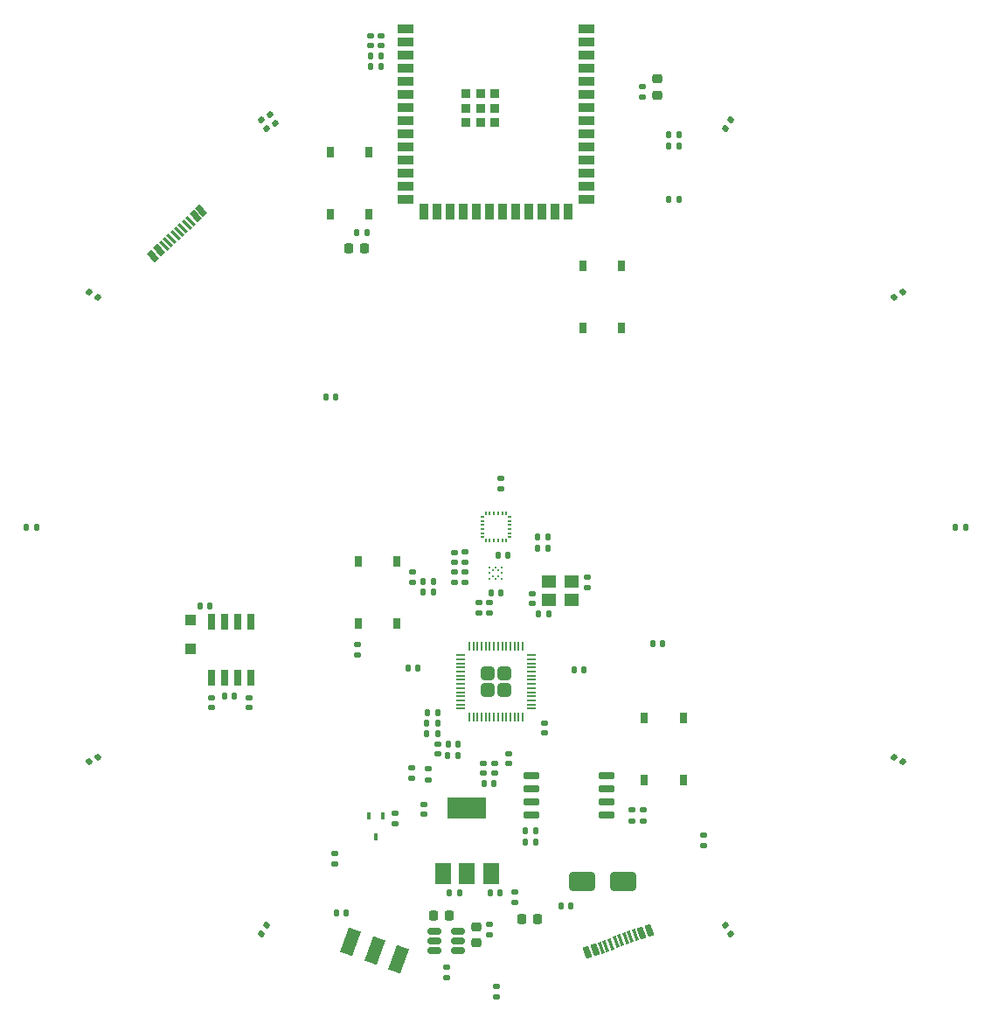
<source format=gbr>
%TF.GenerationSoftware,KiCad,Pcbnew,7.0.3*%
%TF.CreationDate,2023-07-06T16:10:13+02:00*%
%TF.ProjectId,Badge,42616467-652e-46b6-9963-61645f706362,rev?*%
%TF.SameCoordinates,Original*%
%TF.FileFunction,Paste,Top*%
%TF.FilePolarity,Positive*%
%FSLAX46Y46*%
G04 Gerber Fmt 4.6, Leading zero omitted, Abs format (unit mm)*
G04 Created by KiCad (PCBNEW 7.0.3) date 2023-07-06 16:10:13*
%MOMM*%
%LPD*%
G01*
G04 APERTURE LIST*
G04 Aperture macros list*
%AMRoundRect*
0 Rectangle with rounded corners*
0 $1 Rounding radius*
0 $2 $3 $4 $5 $6 $7 $8 $9 X,Y pos of 4 corners*
0 Add a 4 corners polygon primitive as box body*
4,1,4,$2,$3,$4,$5,$6,$7,$8,$9,$2,$3,0*
0 Add four circle primitives for the rounded corners*
1,1,$1+$1,$2,$3*
1,1,$1+$1,$4,$5*
1,1,$1+$1,$6,$7*
1,1,$1+$1,$8,$9*
0 Add four rect primitives between the rounded corners*
20,1,$1+$1,$2,$3,$4,$5,0*
20,1,$1+$1,$4,$5,$6,$7,0*
20,1,$1+$1,$6,$7,$8,$9,0*
20,1,$1+$1,$8,$9,$2,$3,0*%
%AMRotRect*
0 Rectangle, with rotation*
0 The origin of the aperture is its center*
0 $1 length*
0 $2 width*
0 $3 Rotation angle, in degrees counterclockwise*
0 Add horizontal line*
21,1,$1,$2,0,0,$3*%
%AMFreePoly0*
4,1,6,0.175000,0.019000,0.175000,-0.100000,-0.175000,-0.100000,-0.175000,0.100000,0.094000,0.100000,0.175000,0.019000,0.175000,0.019000,$1*%
%AMFreePoly1*
4,1,6,0.175000,-0.019000,0.094000,-0.100000,-0.175000,-0.100000,-0.175000,0.100000,0.175000,0.100000,0.175000,-0.019000,0.175000,-0.019000,$1*%
%AMFreePoly2*
4,1,6,0.100000,-0.175000,-0.100000,-0.175000,-0.100000,0.094000,-0.019000,0.175000,0.100000,0.175000,0.100000,-0.175000,0.100000,-0.175000,$1*%
%AMFreePoly3*
4,1,6,0.100000,0.094000,0.100000,-0.175000,-0.100000,-0.175000,-0.100000,0.175000,0.019000,0.175000,0.100000,0.094000,0.100000,0.094000,$1*%
%AMFreePoly4*
4,1,6,0.175000,-0.100000,-0.094000,-0.100000,-0.175000,-0.019000,-0.175000,0.100000,0.175000,0.100000,0.175000,-0.100000,0.175000,-0.100000,$1*%
%AMFreePoly5*
4,1,6,0.175000,-0.100000,-0.175000,-0.100000,-0.175000,0.019000,-0.094000,0.100000,0.175000,0.100000,0.175000,-0.100000,0.175000,-0.100000,$1*%
%AMFreePoly6*
4,1,6,0.100000,-0.094000,0.019000,-0.175000,-0.100000,-0.175000,-0.100000,0.175000,0.100000,0.175000,0.100000,-0.094000,0.100000,-0.094000,$1*%
%AMFreePoly7*
4,1,6,0.100000,-0.175000,-0.019000,-0.175000,-0.100000,-0.094000,-0.100000,0.175000,0.100000,0.175000,0.100000,-0.175000,0.100000,-0.175000,$1*%
G04 Aperture macros list end*
%ADD10R,0.650000X1.525000*%
%ADD11RoundRect,0.140000X-0.140000X-0.170000X0.140000X-0.170000X0.140000X0.170000X-0.140000X0.170000X0*%
%ADD12RoundRect,0.140000X0.170000X-0.140000X0.170000X0.140000X-0.170000X0.140000X-0.170000X-0.140000X0*%
%ADD13RoundRect,0.135000X0.135000X0.185000X-0.135000X0.185000X-0.135000X-0.185000X0.135000X-0.185000X0*%
%ADD14RoundRect,0.218750X-0.256250X0.218750X-0.256250X-0.218750X0.256250X-0.218750X0.256250X0.218750X0*%
%ADD15RoundRect,0.140000X-0.170000X0.140000X-0.170000X-0.140000X0.170000X-0.140000X0.170000X0.140000X0*%
%ADD16RoundRect,0.135000X0.185000X-0.135000X0.185000X0.135000X-0.185000X0.135000X-0.185000X-0.135000X0*%
%ADD17RoundRect,0.140000X0.206244X0.077224X-0.036244X0.217224X-0.206244X-0.077224X0.036244X-0.217224X0*%
%ADD18RoundRect,0.140000X0.140000X0.170000X-0.140000X0.170000X-0.140000X-0.170000X0.140000X-0.170000X0*%
%ADD19RotRect,0.600000X1.160000X223.000000*%
%ADD20RotRect,0.300000X1.160000X43.000000*%
%ADD21RoundRect,0.140000X-0.217224X0.036244X-0.077224X-0.206244X0.217224X-0.036244X0.077224X0.206244X0*%
%ADD22RoundRect,0.249999X0.395001X0.395001X-0.395001X0.395001X-0.395001X-0.395001X0.395001X-0.395001X0*%
%ADD23RoundRect,0.050000X0.387500X0.050000X-0.387500X0.050000X-0.387500X-0.050000X0.387500X-0.050000X0*%
%ADD24RoundRect,0.050000X0.050000X0.387500X-0.050000X0.387500X-0.050000X-0.387500X0.050000X-0.387500X0*%
%ADD25FreePoly0,0.000000*%
%ADD26R,0.350000X0.200000*%
%ADD27FreePoly1,0.000000*%
%ADD28FreePoly2,0.000000*%
%ADD29R,0.200000X0.350000*%
%ADD30FreePoly3,0.000000*%
%ADD31FreePoly4,0.000000*%
%ADD32FreePoly5,0.000000*%
%ADD33FreePoly6,0.000000*%
%ADD34FreePoly7,0.000000*%
%ADD35RoundRect,0.135000X-0.185000X0.135000X-0.185000X-0.135000X0.185000X-0.135000X0.185000X0.135000X0*%
%ADD36RoundRect,0.218750X-0.218750X-0.256250X0.218750X-0.256250X0.218750X0.256250X-0.218750X0.256250X0*%
%ADD37RoundRect,0.135000X-0.135000X-0.185000X0.135000X-0.185000X0.135000X0.185000X-0.135000X0.185000X0*%
%ADD38RoundRect,0.218750X0.256250X-0.218750X0.256250X0.218750X-0.256250X0.218750X-0.256250X-0.218750X0*%
%ADD39C,0.212500*%
%ADD40RoundRect,0.218750X0.218750X0.256250X-0.218750X0.256250X-0.218750X-0.256250X0.218750X-0.256250X0*%
%ADD41RoundRect,0.140000X-0.036244X-0.217224X0.206244X-0.077224X0.036244X0.217224X-0.206244X0.077224X0*%
%ADD42RoundRect,0.140000X-0.206244X-0.077224X0.036244X-0.217224X0.206244X0.077224X-0.036244X0.217224X0*%
%ADD43R,0.750000X1.000000*%
%ADD44RoundRect,0.140000X0.036244X0.217224X-0.206244X0.077224X-0.036244X-0.217224X0.206244X-0.077224X0*%
%ADD45RotRect,0.600000X1.160000X20.000000*%
%ADD46RotRect,0.300000X1.160000X200.000000*%
%ADD47RoundRect,0.250000X-0.300000X0.300000X-0.300000X-0.300000X0.300000X-0.300000X0.300000X0.300000X0*%
%ADD48R,1.400000X1.200000*%
%ADD49R,1.500000X0.900000*%
%ADD50R,0.900000X1.500000*%
%ADD51R,0.900000X0.900000*%
%ADD52RotRect,1.250000X2.500000X340.000000*%
%ADD53RoundRect,0.140000X0.077224X-0.206244X0.217224X0.036244X-0.077224X0.206244X-0.217224X-0.036244X0*%
%ADD54RoundRect,0.140000X0.217224X-0.036244X0.077224X0.206244X-0.217224X0.036244X-0.077224X-0.206244X0*%
%ADD55R,1.500000X2.000000*%
%ADD56R,3.800000X2.000000*%
%ADD57RoundRect,0.150000X-0.512500X-0.150000X0.512500X-0.150000X0.512500X0.150000X-0.512500X0.150000X0*%
%ADD58RoundRect,0.140000X-0.077224X0.206244X-0.217224X-0.036244X0.077224X-0.206244X0.217224X0.036244X0*%
%ADD59RoundRect,0.150000X0.650000X0.150000X-0.650000X0.150000X-0.650000X-0.150000X0.650000X-0.150000X0*%
%ADD60RoundRect,0.250000X-1.000000X-0.650000X1.000000X-0.650000X1.000000X0.650000X-1.000000X0.650000X0*%
%ADD61R,0.450000X0.700000*%
G04 APERTURE END LIST*
D10*
%TO.C,IC2*%
X72475000Y-114632000D03*
X73745000Y-114632000D03*
X75015000Y-114632000D03*
X76285000Y-114632000D03*
X76285000Y-109208000D03*
X75015000Y-109208000D03*
X73745000Y-109208000D03*
X72475000Y-109208000D03*
%TD*%
D11*
%TO.C,C16*%
X93380000Y-117990000D03*
X94340000Y-117990000D03*
%TD*%
%TO.C,C26*%
X99530000Y-106340000D03*
X100490000Y-106340000D03*
%TD*%
D12*
%TO.C,C48*%
X72400000Y-117480000D03*
X72400000Y-116520000D03*
%TD*%
D13*
%TO.C,R26*%
X87510000Y-71500000D03*
X86490000Y-71500000D03*
%TD*%
D14*
%TO.C,LED4*%
X115600000Y-56612500D03*
X115600000Y-58187500D03*
%TD*%
D11*
%TO.C,C22*%
X100190000Y-102780000D03*
X101150000Y-102780000D03*
%TD*%
D15*
%TO.C,C50*%
X76100000Y-116520000D03*
X76100000Y-117480000D03*
%TD*%
D13*
%TO.C,R20*%
X94330000Y-120050000D03*
X93310000Y-120050000D03*
%TD*%
D16*
%TO.C,R17*%
X93410000Y-124460000D03*
X93410000Y-123440000D03*
%TD*%
D17*
%TO.C,C38*%
X139415692Y-122740000D03*
X138584308Y-122260000D03*
%TD*%
D15*
%TO.C,C10*%
X94330000Y-121020000D03*
X94330000Y-121980000D03*
%TD*%
D18*
%TO.C,C39*%
X145480000Y-100000000D03*
X144520000Y-100000000D03*
%TD*%
D19*
%TO.C,P2*%
X71462148Y-69383303D03*
X70877065Y-69928902D03*
D20*
X70036008Y-70713200D03*
X69304654Y-71395198D03*
X68938977Y-71736197D03*
X68207624Y-72418196D03*
D19*
X67366567Y-73202494D03*
X66781484Y-73748093D03*
X66781484Y-73748093D03*
X67366567Y-73202494D03*
D20*
X67841947Y-72759195D03*
X68573301Y-72077197D03*
X69670331Y-71054199D03*
X70401685Y-70372201D03*
D19*
X70877065Y-69928902D03*
X71462148Y-69383303D03*
%TD*%
D21*
%TO.C,C30*%
X78150000Y-60074308D03*
X78630000Y-60905692D03*
%TD*%
D22*
%TO.C,U4*%
X100800000Y-115800000D03*
X100800000Y-114200000D03*
X99200000Y-115800000D03*
X99200000Y-114200000D03*
D23*
X103437500Y-117600000D03*
X103437500Y-117200000D03*
X103437500Y-116800000D03*
X103437500Y-116400000D03*
X103437500Y-116000000D03*
X103437500Y-115600000D03*
X103437500Y-115200000D03*
X103437500Y-114800000D03*
X103437500Y-114400000D03*
X103437500Y-114000000D03*
X103437500Y-113600000D03*
X103437500Y-113200000D03*
X103437500Y-112800000D03*
X103437500Y-112400000D03*
D24*
X102600000Y-111562500D03*
X102200000Y-111562500D03*
X101800000Y-111562500D03*
X101400000Y-111562500D03*
X101000000Y-111562500D03*
X100600000Y-111562500D03*
X100200000Y-111562500D03*
X99800000Y-111562500D03*
X99400000Y-111562500D03*
X99000000Y-111562500D03*
X98600000Y-111562500D03*
X98200000Y-111562500D03*
X97800000Y-111562500D03*
X97400000Y-111562500D03*
D23*
X96562500Y-112400000D03*
X96562500Y-112800000D03*
X96562500Y-113200000D03*
X96562500Y-113600000D03*
X96562500Y-114000000D03*
X96562500Y-114400000D03*
X96562500Y-114800000D03*
X96562500Y-115200000D03*
X96562500Y-115600000D03*
X96562500Y-116000000D03*
X96562500Y-116400000D03*
X96562500Y-116800000D03*
X96562500Y-117200000D03*
X96562500Y-117600000D03*
D24*
X97400000Y-118437500D03*
X97800000Y-118437500D03*
X98200000Y-118437500D03*
X98600000Y-118437500D03*
X99000000Y-118437500D03*
X99400000Y-118437500D03*
X99800000Y-118437500D03*
X100200000Y-118437500D03*
X100600000Y-118437500D03*
X101000000Y-118437500D03*
X101400000Y-118437500D03*
X101800000Y-118437500D03*
X102200000Y-118437500D03*
X102600000Y-118437500D03*
%TD*%
D11*
%TO.C,C33*%
X54520000Y-100000000D03*
X55480000Y-100000000D03*
%TD*%
D25*
%TO.C,U5*%
X98665000Y-99000000D03*
D26*
X98665000Y-99400000D03*
X98665000Y-99800000D03*
X98665000Y-100200000D03*
X98665000Y-100600000D03*
D27*
X98665000Y-101000000D03*
D28*
X99000000Y-101335000D03*
D29*
X99400000Y-101335000D03*
X99800000Y-101335000D03*
X100200000Y-101335000D03*
X100600000Y-101335000D03*
D30*
X101000000Y-101335000D03*
D31*
X101335000Y-101000000D03*
D26*
X101335000Y-100600000D03*
X101335000Y-100200000D03*
X101335000Y-99800000D03*
X101335000Y-99400000D03*
D32*
X101335000Y-99000000D03*
D33*
X101000000Y-98665000D03*
D29*
X100600000Y-98665000D03*
X100200000Y-98665000D03*
X99800000Y-98665000D03*
X99400000Y-98665000D03*
D34*
X99000000Y-98665000D03*
%TD*%
D35*
%TO.C,R6*%
X86600000Y-111390000D03*
X86600000Y-112410000D03*
%TD*%
%TO.C,R15*%
X90230000Y-127710000D03*
X90230000Y-128730000D03*
%TD*%
D36*
%TO.C,LED7*%
X93912500Y-137600000D03*
X95487500Y-137600000D03*
%TD*%
D37*
%TO.C,R9*%
X103990000Y-102100000D03*
X105010000Y-102100000D03*
%TD*%
D38*
%TO.C,LED8*%
X98100000Y-140287500D03*
X98100000Y-138712500D03*
%TD*%
D36*
%TO.C,LED2*%
X85712500Y-73000000D03*
X87287500Y-73000000D03*
%TD*%
D37*
%TO.C,R19*%
X93310000Y-119020000D03*
X94330000Y-119020000D03*
%TD*%
D35*
%TO.C,R32*%
X95200000Y-142590000D03*
X95200000Y-143610000D03*
%TD*%
D18*
%TO.C,C14*%
X108520000Y-113860000D03*
X107560000Y-113860000D03*
%TD*%
D11*
%TO.C,C42*%
X95500000Y-135410000D03*
X96460000Y-135410000D03*
%TD*%
D35*
%TO.C,R24*%
X100450000Y-95280000D03*
X100450000Y-96300000D03*
%TD*%
D39*
%TO.C,U6*%
X99399000Y-103899000D03*
X99965000Y-103899000D03*
X100531000Y-103899000D03*
X99682000Y-104182000D03*
X100248000Y-104182000D03*
X99399000Y-104465000D03*
X100531000Y-104465000D03*
X99682000Y-104748000D03*
X100248000Y-104748000D03*
X99399000Y-105031000D03*
X99965000Y-105031000D03*
X100531000Y-105031000D03*
%TD*%
D40*
%TO.C,LED3*%
X104037500Y-137980000D03*
X102462500Y-137980000D03*
%TD*%
D41*
%TO.C,C34*%
X60584308Y-122740000D03*
X61415692Y-122260000D03*
%TD*%
D42*
%TO.C,C32*%
X60584308Y-77260000D03*
X61415692Y-77740000D03*
%TD*%
D43*
%TO.C,SW2*%
X90395000Y-103320000D03*
X90395000Y-109320000D03*
X86645000Y-103320000D03*
X86645000Y-109320000D03*
%TD*%
D44*
%TO.C,C40*%
X139415692Y-77260000D03*
X138584308Y-77740000D03*
%TD*%
D18*
%TO.C,C19*%
X84480000Y-87440000D03*
X83520000Y-87440000D03*
%TD*%
%TO.C,C47*%
X107280000Y-136700000D03*
X106320000Y-136700000D03*
%TD*%
D45*
%TO.C,P4*%
X108835245Y-141213605D03*
X109586999Y-140939989D03*
D46*
X110197799Y-140717676D03*
X111137492Y-140375656D03*
X112547031Y-139862625D03*
X113486724Y-139520605D03*
D45*
X114097524Y-139298292D03*
X114849278Y-139024676D03*
X114849278Y-139024676D03*
X114097524Y-139298292D03*
D46*
X113016877Y-139691615D03*
X112077185Y-140033635D03*
X111607338Y-140204646D03*
X110667646Y-140546666D03*
D45*
X109586999Y-140939989D03*
X108835245Y-141213605D03*
%TD*%
D11*
%TO.C,C2*%
X102850000Y-129410000D03*
X103810000Y-129410000D03*
%TD*%
D12*
%TO.C,C15*%
X104680000Y-119930000D03*
X104680000Y-118970000D03*
%TD*%
D47*
%TO.C,D17*%
X70430000Y-109000000D03*
X70430000Y-111800000D03*
%TD*%
D13*
%TO.C,R22*%
X117710000Y-68300000D03*
X116690000Y-68300000D03*
%TD*%
D12*
%TO.C,C17*%
X98810000Y-123840000D03*
X98810000Y-122880000D03*
%TD*%
D37*
%TO.C,R8*%
X92950000Y-106320000D03*
X93970000Y-106320000D03*
%TD*%
D21*
%TO.C,C31*%
X77260000Y-60584308D03*
X77740000Y-61415692D03*
%TD*%
D12*
%TO.C,C29*%
X88840000Y-53380000D03*
X88840000Y-52420000D03*
%TD*%
D11*
%TO.C,C49*%
X73720000Y-116400000D03*
X74680000Y-116400000D03*
%TD*%
D48*
%TO.C,Y1*%
X105090000Y-107020000D03*
X107290000Y-107020000D03*
X107290000Y-105320000D03*
X105090000Y-105320000D03*
%TD*%
D13*
%TO.C,R16*%
X103850000Y-130510000D03*
X102830000Y-130510000D03*
%TD*%
D37*
%TO.C,R14*%
X116690000Y-63100000D03*
X117710000Y-63100000D03*
%TD*%
D49*
%TO.C,U7*%
X91250000Y-51740000D03*
X91250000Y-53010000D03*
X91250000Y-54280000D03*
X91250000Y-55550000D03*
X91250000Y-56820000D03*
X91250000Y-58090000D03*
X91250000Y-59360000D03*
X91250000Y-60630000D03*
X91250000Y-61900000D03*
X91250000Y-63170000D03*
X91250000Y-64440000D03*
X91250000Y-65710000D03*
X91250000Y-66980000D03*
X91250000Y-68250000D03*
D50*
X93015000Y-69500000D03*
X94285000Y-69500000D03*
X95555000Y-69500000D03*
X96825000Y-69500000D03*
X98095000Y-69500000D03*
X99365000Y-69500000D03*
X100635000Y-69500000D03*
X101905000Y-69500000D03*
X103175000Y-69500000D03*
X104445000Y-69500000D03*
X105715000Y-69500000D03*
X106985000Y-69500000D03*
D49*
X108750000Y-68250000D03*
X108750000Y-66980000D03*
X108750000Y-65710000D03*
X108750000Y-64440000D03*
X108750000Y-63170000D03*
X108750000Y-61900000D03*
X108750000Y-60630000D03*
X108750000Y-59360000D03*
X108750000Y-58090000D03*
X108750000Y-56820000D03*
X108750000Y-55550000D03*
X108750000Y-54280000D03*
X108750000Y-53010000D03*
X108750000Y-51740000D03*
D51*
X97100000Y-58060000D03*
X97100000Y-59460000D03*
X97100000Y-60860000D03*
X98500000Y-58060000D03*
X98500000Y-59460000D03*
X98500000Y-60860000D03*
X99900000Y-58060000D03*
X99900000Y-59460000D03*
X99900000Y-60860000D03*
%TD*%
D52*
%TO.C,SW9*%
X90589787Y-141870896D03*
X88240555Y-141015845D03*
X85891324Y-140160795D03*
%TD*%
D15*
%TO.C,C13*%
X99370000Y-107350000D03*
X99370000Y-108310000D03*
%TD*%
D37*
%TO.C,R25*%
X87830000Y-54370000D03*
X88850000Y-54370000D03*
%TD*%
D15*
%TO.C,C24*%
X97020000Y-104370000D03*
X97020000Y-105330000D03*
%TD*%
D35*
%TO.C,R33*%
X99400000Y-138490000D03*
X99400000Y-139510000D03*
%TD*%
D18*
%TO.C,C51*%
X72280000Y-107640000D03*
X71320000Y-107640000D03*
%TD*%
D35*
%TO.C,R11*%
X101860000Y-135310000D03*
X101860000Y-136330000D03*
%TD*%
D18*
%TO.C,C6*%
X99800000Y-124820000D03*
X98840000Y-124820000D03*
%TD*%
D53*
%TO.C,C35*%
X77260000Y-139415692D03*
X77740000Y-138584308D03*
%TD*%
D12*
%TO.C,C18*%
X99860000Y-123830000D03*
X99860000Y-122870000D03*
%TD*%
D54*
%TO.C,C37*%
X122740000Y-139415692D03*
X122260000Y-138584308D03*
%TD*%
D11*
%TO.C,C12*%
X91490000Y-113690000D03*
X92450000Y-113690000D03*
%TD*%
D12*
%TO.C,C36*%
X100000000Y-145480000D03*
X100000000Y-144520000D03*
%TD*%
%TO.C,C28*%
X87840000Y-53380000D03*
X87840000Y-52420000D03*
%TD*%
D55*
%TO.C,U3*%
X94900000Y-133520000D03*
X97200000Y-133520000D03*
D56*
X97200000Y-127220000D03*
D55*
X99500000Y-133520000D03*
%TD*%
D18*
%TO.C,C21*%
X105000000Y-101000000D03*
X104040000Y-101000000D03*
%TD*%
D16*
%TO.C,R3*%
X113190000Y-128440000D03*
X113190000Y-127420000D03*
%TD*%
D12*
%TO.C,C8*%
X98340000Y-108310000D03*
X98340000Y-107350000D03*
%TD*%
D11*
%TO.C,C5*%
X99410000Y-135400000D03*
X100370000Y-135400000D03*
%TD*%
D12*
%TO.C,C9*%
X101210000Y-122890000D03*
X101210000Y-121930000D03*
%TD*%
D18*
%TO.C,C7*%
X96300000Y-122150000D03*
X95340000Y-122150000D03*
%TD*%
D57*
%TO.C,U9*%
X94062500Y-139150000D03*
X94062500Y-140100000D03*
X94062500Y-141050000D03*
X96337500Y-141050000D03*
X96337500Y-140100000D03*
X96337500Y-139150000D03*
%TD*%
D18*
%TO.C,C52*%
X85480000Y-137400000D03*
X84520000Y-137400000D03*
%TD*%
D58*
%TO.C,C41*%
X122740000Y-60584308D03*
X122260000Y-61415692D03*
%TD*%
D15*
%TO.C,C23*%
X95990000Y-104380000D03*
X95990000Y-105340000D03*
%TD*%
%TO.C,C4*%
X103520000Y-106460000D03*
X103520000Y-107420000D03*
%TD*%
D35*
%TO.C,R2*%
X91910000Y-104310000D03*
X91910000Y-105330000D03*
%TD*%
%TO.C,R13*%
X120070000Y-129840000D03*
X120070000Y-130860000D03*
%TD*%
D59*
%TO.C,U1*%
X110670000Y-127905000D03*
X110670000Y-126635000D03*
X110670000Y-125365000D03*
X110670000Y-124095000D03*
X103470000Y-124095000D03*
X103470000Y-125365000D03*
X103470000Y-126635000D03*
X103470000Y-127905000D03*
%TD*%
D37*
%TO.C,R12*%
X92930000Y-105250000D03*
X93950000Y-105250000D03*
%TD*%
D16*
%TO.C,R1*%
X114280000Y-128440000D03*
X114280000Y-127420000D03*
%TD*%
%TO.C,R23*%
X97010000Y-103430000D03*
X97010000Y-102410000D03*
%TD*%
D18*
%TO.C,C11*%
X96310000Y-121070000D03*
X95350000Y-121070000D03*
%TD*%
D43*
%TO.C,SW1*%
X118125000Y-118460000D03*
X118125000Y-124460000D03*
X114375000Y-118460000D03*
X114375000Y-124460000D03*
%TD*%
D12*
%TO.C,C43*%
X93040000Y-127830000D03*
X93040000Y-126870000D03*
%TD*%
D15*
%TO.C,C25*%
X95990000Y-102460000D03*
X95990000Y-103420000D03*
%TD*%
D43*
%TO.C,SW7*%
X83925000Y-69700000D03*
X83925000Y-63700000D03*
X87675000Y-69700000D03*
X87675000Y-63700000D03*
%TD*%
D37*
%TO.C,R21*%
X116690000Y-62000000D03*
X117710000Y-62000000D03*
%TD*%
D35*
%TO.C,R27*%
X114200000Y-57390000D03*
X114200000Y-58410000D03*
%TD*%
D13*
%TO.C,R7*%
X105090000Y-108430000D03*
X104070000Y-108430000D03*
%TD*%
D18*
%TO.C,C20*%
X116120000Y-111290000D03*
X115160000Y-111290000D03*
%TD*%
D35*
%TO.C,R18*%
X91820000Y-123300000D03*
X91820000Y-124320000D03*
%TD*%
D60*
%TO.C,D19*%
X108300000Y-134300000D03*
X112300000Y-134300000D03*
%TD*%
D12*
%TO.C,C3*%
X108870000Y-105860000D03*
X108870000Y-104900000D03*
%TD*%
D43*
%TO.C,SW4*%
X108425000Y-80700000D03*
X108425000Y-74700000D03*
X112175000Y-80700000D03*
X112175000Y-74700000D03*
%TD*%
D61*
%TO.C,Q2*%
X89000000Y-128000000D03*
X87700000Y-128000000D03*
X88350000Y-130000000D03*
%TD*%
D16*
%TO.C,R10*%
X84400000Y-132660000D03*
X84400000Y-131640000D03*
%TD*%
D11*
%TO.C,C27*%
X87870000Y-55400000D03*
X88830000Y-55400000D03*
%TD*%
M02*

</source>
